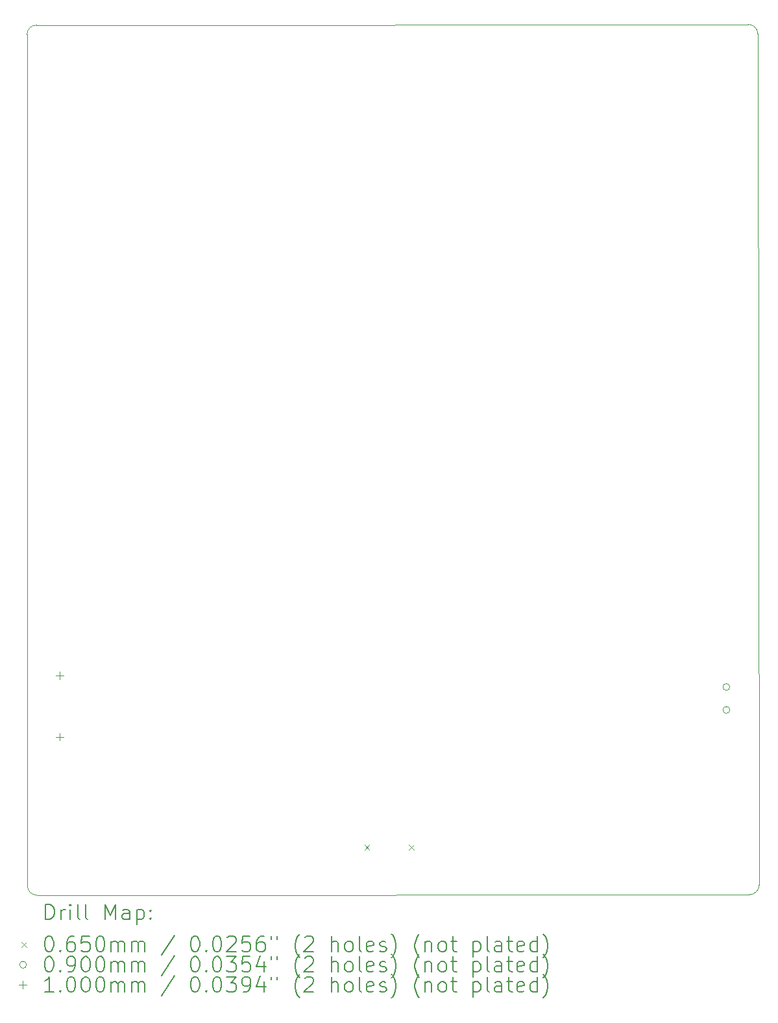
<source format=gbr>
%TF.GenerationSoftware,KiCad,Pcbnew,7.0.1*%
%TF.CreationDate,2023-12-14T09:52:10-06:00*%
%TF.ProjectId,ProjectNeoRogue,50726f6a-6563-4744-9e65-6f526f677565,v1*%
%TF.SameCoordinates,Original*%
%TF.FileFunction,Drillmap*%
%TF.FilePolarity,Positive*%
%FSLAX45Y45*%
G04 Gerber Fmt 4.5, Leading zero omitted, Abs format (unit mm)*
G04 Created by KiCad (PCBNEW 7.0.1) date 2023-12-14 09:52:10*
%MOMM*%
%LPD*%
G01*
G04 APERTURE LIST*
%ADD10C,0.100000*%
%ADD11C,0.200000*%
%ADD12C,0.065000*%
%ADD13C,0.090000*%
G04 APERTURE END LIST*
D10*
X12406000Y-4587000D02*
G75*
G03*
X12281000Y-4712000I0J-125000D01*
G01*
X21691612Y-4577388D02*
X12406000Y-4587000D01*
X12286000Y-15825000D02*
G75*
G03*
X12411000Y-15950000I125000J0D01*
G01*
X12281000Y-4712000D02*
X12286000Y-15825000D01*
X21816612Y-4702388D02*
G75*
G03*
X21691612Y-4577388I-125002J-2D01*
G01*
X12411000Y-15950000D02*
X21709612Y-15943612D01*
X21709612Y-15943612D02*
G75*
G03*
X21834612Y-15818612I-2J125002D01*
G01*
X21834612Y-15818612D02*
X21816612Y-4702388D01*
D11*
D12*
X16684500Y-15290500D02*
X16749500Y-15355500D01*
X16749500Y-15290500D02*
X16684500Y-15355500D01*
X17262500Y-15290500D02*
X17327500Y-15355500D01*
X17327500Y-15290500D02*
X17262500Y-15355500D01*
D13*
X21451860Y-13231140D02*
G75*
G03*
X21451860Y-13231140I-45000J0D01*
G01*
X21451860Y-13531140D02*
G75*
G03*
X21451860Y-13531140I-45000J0D01*
G01*
D10*
X12705000Y-13032000D02*
X12705000Y-13132000D01*
X12655000Y-13082000D02*
X12755000Y-13082000D01*
X12705000Y-13832000D02*
X12705000Y-13932000D01*
X12655000Y-13882000D02*
X12755000Y-13882000D01*
D11*
X12523619Y-16267524D02*
X12523619Y-16067524D01*
X12523619Y-16067524D02*
X12571238Y-16067524D01*
X12571238Y-16067524D02*
X12599809Y-16077048D01*
X12599809Y-16077048D02*
X12618857Y-16096095D01*
X12618857Y-16096095D02*
X12628381Y-16115143D01*
X12628381Y-16115143D02*
X12637905Y-16153238D01*
X12637905Y-16153238D02*
X12637905Y-16181809D01*
X12637905Y-16181809D02*
X12628381Y-16219905D01*
X12628381Y-16219905D02*
X12618857Y-16238952D01*
X12618857Y-16238952D02*
X12599809Y-16258000D01*
X12599809Y-16258000D02*
X12571238Y-16267524D01*
X12571238Y-16267524D02*
X12523619Y-16267524D01*
X12723619Y-16267524D02*
X12723619Y-16134190D01*
X12723619Y-16172286D02*
X12733143Y-16153238D01*
X12733143Y-16153238D02*
X12742667Y-16143714D01*
X12742667Y-16143714D02*
X12761714Y-16134190D01*
X12761714Y-16134190D02*
X12780762Y-16134190D01*
X12847428Y-16267524D02*
X12847428Y-16134190D01*
X12847428Y-16067524D02*
X12837905Y-16077048D01*
X12837905Y-16077048D02*
X12847428Y-16086571D01*
X12847428Y-16086571D02*
X12856952Y-16077048D01*
X12856952Y-16077048D02*
X12847428Y-16067524D01*
X12847428Y-16067524D02*
X12847428Y-16086571D01*
X12971238Y-16267524D02*
X12952190Y-16258000D01*
X12952190Y-16258000D02*
X12942667Y-16238952D01*
X12942667Y-16238952D02*
X12942667Y-16067524D01*
X13076000Y-16267524D02*
X13056952Y-16258000D01*
X13056952Y-16258000D02*
X13047428Y-16238952D01*
X13047428Y-16238952D02*
X13047428Y-16067524D01*
X13304571Y-16267524D02*
X13304571Y-16067524D01*
X13304571Y-16067524D02*
X13371238Y-16210381D01*
X13371238Y-16210381D02*
X13437905Y-16067524D01*
X13437905Y-16067524D02*
X13437905Y-16267524D01*
X13618857Y-16267524D02*
X13618857Y-16162762D01*
X13618857Y-16162762D02*
X13609333Y-16143714D01*
X13609333Y-16143714D02*
X13590286Y-16134190D01*
X13590286Y-16134190D02*
X13552190Y-16134190D01*
X13552190Y-16134190D02*
X13533143Y-16143714D01*
X13618857Y-16258000D02*
X13599809Y-16267524D01*
X13599809Y-16267524D02*
X13552190Y-16267524D01*
X13552190Y-16267524D02*
X13533143Y-16258000D01*
X13533143Y-16258000D02*
X13523619Y-16238952D01*
X13523619Y-16238952D02*
X13523619Y-16219905D01*
X13523619Y-16219905D02*
X13533143Y-16200857D01*
X13533143Y-16200857D02*
X13552190Y-16191333D01*
X13552190Y-16191333D02*
X13599809Y-16191333D01*
X13599809Y-16191333D02*
X13618857Y-16181809D01*
X13714095Y-16134190D02*
X13714095Y-16334190D01*
X13714095Y-16143714D02*
X13733143Y-16134190D01*
X13733143Y-16134190D02*
X13771238Y-16134190D01*
X13771238Y-16134190D02*
X13790286Y-16143714D01*
X13790286Y-16143714D02*
X13799809Y-16153238D01*
X13799809Y-16153238D02*
X13809333Y-16172286D01*
X13809333Y-16172286D02*
X13809333Y-16229428D01*
X13809333Y-16229428D02*
X13799809Y-16248476D01*
X13799809Y-16248476D02*
X13790286Y-16258000D01*
X13790286Y-16258000D02*
X13771238Y-16267524D01*
X13771238Y-16267524D02*
X13733143Y-16267524D01*
X13733143Y-16267524D02*
X13714095Y-16258000D01*
X13895048Y-16248476D02*
X13904571Y-16258000D01*
X13904571Y-16258000D02*
X13895048Y-16267524D01*
X13895048Y-16267524D02*
X13885524Y-16258000D01*
X13885524Y-16258000D02*
X13895048Y-16248476D01*
X13895048Y-16248476D02*
X13895048Y-16267524D01*
X13895048Y-16143714D02*
X13904571Y-16153238D01*
X13904571Y-16153238D02*
X13895048Y-16162762D01*
X13895048Y-16162762D02*
X13885524Y-16153238D01*
X13885524Y-16153238D02*
X13895048Y-16143714D01*
X13895048Y-16143714D02*
X13895048Y-16162762D01*
D12*
X12211000Y-16562500D02*
X12276000Y-16627500D01*
X12276000Y-16562500D02*
X12211000Y-16627500D01*
D11*
X12561714Y-16487524D02*
X12580762Y-16487524D01*
X12580762Y-16487524D02*
X12599809Y-16497048D01*
X12599809Y-16497048D02*
X12609333Y-16506571D01*
X12609333Y-16506571D02*
X12618857Y-16525619D01*
X12618857Y-16525619D02*
X12628381Y-16563714D01*
X12628381Y-16563714D02*
X12628381Y-16611333D01*
X12628381Y-16611333D02*
X12618857Y-16649428D01*
X12618857Y-16649428D02*
X12609333Y-16668476D01*
X12609333Y-16668476D02*
X12599809Y-16678000D01*
X12599809Y-16678000D02*
X12580762Y-16687524D01*
X12580762Y-16687524D02*
X12561714Y-16687524D01*
X12561714Y-16687524D02*
X12542667Y-16678000D01*
X12542667Y-16678000D02*
X12533143Y-16668476D01*
X12533143Y-16668476D02*
X12523619Y-16649428D01*
X12523619Y-16649428D02*
X12514095Y-16611333D01*
X12514095Y-16611333D02*
X12514095Y-16563714D01*
X12514095Y-16563714D02*
X12523619Y-16525619D01*
X12523619Y-16525619D02*
X12533143Y-16506571D01*
X12533143Y-16506571D02*
X12542667Y-16497048D01*
X12542667Y-16497048D02*
X12561714Y-16487524D01*
X12714095Y-16668476D02*
X12723619Y-16678000D01*
X12723619Y-16678000D02*
X12714095Y-16687524D01*
X12714095Y-16687524D02*
X12704571Y-16678000D01*
X12704571Y-16678000D02*
X12714095Y-16668476D01*
X12714095Y-16668476D02*
X12714095Y-16687524D01*
X12895048Y-16487524D02*
X12856952Y-16487524D01*
X12856952Y-16487524D02*
X12837905Y-16497048D01*
X12837905Y-16497048D02*
X12828381Y-16506571D01*
X12828381Y-16506571D02*
X12809333Y-16535143D01*
X12809333Y-16535143D02*
X12799809Y-16573238D01*
X12799809Y-16573238D02*
X12799809Y-16649428D01*
X12799809Y-16649428D02*
X12809333Y-16668476D01*
X12809333Y-16668476D02*
X12818857Y-16678000D01*
X12818857Y-16678000D02*
X12837905Y-16687524D01*
X12837905Y-16687524D02*
X12876000Y-16687524D01*
X12876000Y-16687524D02*
X12895048Y-16678000D01*
X12895048Y-16678000D02*
X12904571Y-16668476D01*
X12904571Y-16668476D02*
X12914095Y-16649428D01*
X12914095Y-16649428D02*
X12914095Y-16601809D01*
X12914095Y-16601809D02*
X12904571Y-16582762D01*
X12904571Y-16582762D02*
X12895048Y-16573238D01*
X12895048Y-16573238D02*
X12876000Y-16563714D01*
X12876000Y-16563714D02*
X12837905Y-16563714D01*
X12837905Y-16563714D02*
X12818857Y-16573238D01*
X12818857Y-16573238D02*
X12809333Y-16582762D01*
X12809333Y-16582762D02*
X12799809Y-16601809D01*
X13095048Y-16487524D02*
X12999809Y-16487524D01*
X12999809Y-16487524D02*
X12990286Y-16582762D01*
X12990286Y-16582762D02*
X12999809Y-16573238D01*
X12999809Y-16573238D02*
X13018857Y-16563714D01*
X13018857Y-16563714D02*
X13066476Y-16563714D01*
X13066476Y-16563714D02*
X13085524Y-16573238D01*
X13085524Y-16573238D02*
X13095048Y-16582762D01*
X13095048Y-16582762D02*
X13104571Y-16601809D01*
X13104571Y-16601809D02*
X13104571Y-16649428D01*
X13104571Y-16649428D02*
X13095048Y-16668476D01*
X13095048Y-16668476D02*
X13085524Y-16678000D01*
X13085524Y-16678000D02*
X13066476Y-16687524D01*
X13066476Y-16687524D02*
X13018857Y-16687524D01*
X13018857Y-16687524D02*
X12999809Y-16678000D01*
X12999809Y-16678000D02*
X12990286Y-16668476D01*
X13228381Y-16487524D02*
X13247429Y-16487524D01*
X13247429Y-16487524D02*
X13266476Y-16497048D01*
X13266476Y-16497048D02*
X13276000Y-16506571D01*
X13276000Y-16506571D02*
X13285524Y-16525619D01*
X13285524Y-16525619D02*
X13295048Y-16563714D01*
X13295048Y-16563714D02*
X13295048Y-16611333D01*
X13295048Y-16611333D02*
X13285524Y-16649428D01*
X13285524Y-16649428D02*
X13276000Y-16668476D01*
X13276000Y-16668476D02*
X13266476Y-16678000D01*
X13266476Y-16678000D02*
X13247429Y-16687524D01*
X13247429Y-16687524D02*
X13228381Y-16687524D01*
X13228381Y-16687524D02*
X13209333Y-16678000D01*
X13209333Y-16678000D02*
X13199809Y-16668476D01*
X13199809Y-16668476D02*
X13190286Y-16649428D01*
X13190286Y-16649428D02*
X13180762Y-16611333D01*
X13180762Y-16611333D02*
X13180762Y-16563714D01*
X13180762Y-16563714D02*
X13190286Y-16525619D01*
X13190286Y-16525619D02*
X13199809Y-16506571D01*
X13199809Y-16506571D02*
X13209333Y-16497048D01*
X13209333Y-16497048D02*
X13228381Y-16487524D01*
X13380762Y-16687524D02*
X13380762Y-16554190D01*
X13380762Y-16573238D02*
X13390286Y-16563714D01*
X13390286Y-16563714D02*
X13409333Y-16554190D01*
X13409333Y-16554190D02*
X13437905Y-16554190D01*
X13437905Y-16554190D02*
X13456952Y-16563714D01*
X13456952Y-16563714D02*
X13466476Y-16582762D01*
X13466476Y-16582762D02*
X13466476Y-16687524D01*
X13466476Y-16582762D02*
X13476000Y-16563714D01*
X13476000Y-16563714D02*
X13495048Y-16554190D01*
X13495048Y-16554190D02*
X13523619Y-16554190D01*
X13523619Y-16554190D02*
X13542667Y-16563714D01*
X13542667Y-16563714D02*
X13552190Y-16582762D01*
X13552190Y-16582762D02*
X13552190Y-16687524D01*
X13647429Y-16687524D02*
X13647429Y-16554190D01*
X13647429Y-16573238D02*
X13656952Y-16563714D01*
X13656952Y-16563714D02*
X13676000Y-16554190D01*
X13676000Y-16554190D02*
X13704571Y-16554190D01*
X13704571Y-16554190D02*
X13723619Y-16563714D01*
X13723619Y-16563714D02*
X13733143Y-16582762D01*
X13733143Y-16582762D02*
X13733143Y-16687524D01*
X13733143Y-16582762D02*
X13742667Y-16563714D01*
X13742667Y-16563714D02*
X13761714Y-16554190D01*
X13761714Y-16554190D02*
X13790286Y-16554190D01*
X13790286Y-16554190D02*
X13809333Y-16563714D01*
X13809333Y-16563714D02*
X13818857Y-16582762D01*
X13818857Y-16582762D02*
X13818857Y-16687524D01*
X14209333Y-16478000D02*
X14037905Y-16735143D01*
X14466476Y-16487524D02*
X14485524Y-16487524D01*
X14485524Y-16487524D02*
X14504572Y-16497048D01*
X14504572Y-16497048D02*
X14514095Y-16506571D01*
X14514095Y-16506571D02*
X14523619Y-16525619D01*
X14523619Y-16525619D02*
X14533143Y-16563714D01*
X14533143Y-16563714D02*
X14533143Y-16611333D01*
X14533143Y-16611333D02*
X14523619Y-16649428D01*
X14523619Y-16649428D02*
X14514095Y-16668476D01*
X14514095Y-16668476D02*
X14504572Y-16678000D01*
X14504572Y-16678000D02*
X14485524Y-16687524D01*
X14485524Y-16687524D02*
X14466476Y-16687524D01*
X14466476Y-16687524D02*
X14447429Y-16678000D01*
X14447429Y-16678000D02*
X14437905Y-16668476D01*
X14437905Y-16668476D02*
X14428381Y-16649428D01*
X14428381Y-16649428D02*
X14418857Y-16611333D01*
X14418857Y-16611333D02*
X14418857Y-16563714D01*
X14418857Y-16563714D02*
X14428381Y-16525619D01*
X14428381Y-16525619D02*
X14437905Y-16506571D01*
X14437905Y-16506571D02*
X14447429Y-16497048D01*
X14447429Y-16497048D02*
X14466476Y-16487524D01*
X14618857Y-16668476D02*
X14628381Y-16678000D01*
X14628381Y-16678000D02*
X14618857Y-16687524D01*
X14618857Y-16687524D02*
X14609333Y-16678000D01*
X14609333Y-16678000D02*
X14618857Y-16668476D01*
X14618857Y-16668476D02*
X14618857Y-16687524D01*
X14752191Y-16487524D02*
X14771238Y-16487524D01*
X14771238Y-16487524D02*
X14790286Y-16497048D01*
X14790286Y-16497048D02*
X14799810Y-16506571D01*
X14799810Y-16506571D02*
X14809333Y-16525619D01*
X14809333Y-16525619D02*
X14818857Y-16563714D01*
X14818857Y-16563714D02*
X14818857Y-16611333D01*
X14818857Y-16611333D02*
X14809333Y-16649428D01*
X14809333Y-16649428D02*
X14799810Y-16668476D01*
X14799810Y-16668476D02*
X14790286Y-16678000D01*
X14790286Y-16678000D02*
X14771238Y-16687524D01*
X14771238Y-16687524D02*
X14752191Y-16687524D01*
X14752191Y-16687524D02*
X14733143Y-16678000D01*
X14733143Y-16678000D02*
X14723619Y-16668476D01*
X14723619Y-16668476D02*
X14714095Y-16649428D01*
X14714095Y-16649428D02*
X14704572Y-16611333D01*
X14704572Y-16611333D02*
X14704572Y-16563714D01*
X14704572Y-16563714D02*
X14714095Y-16525619D01*
X14714095Y-16525619D02*
X14723619Y-16506571D01*
X14723619Y-16506571D02*
X14733143Y-16497048D01*
X14733143Y-16497048D02*
X14752191Y-16487524D01*
X14895048Y-16506571D02*
X14904572Y-16497048D01*
X14904572Y-16497048D02*
X14923619Y-16487524D01*
X14923619Y-16487524D02*
X14971238Y-16487524D01*
X14971238Y-16487524D02*
X14990286Y-16497048D01*
X14990286Y-16497048D02*
X14999810Y-16506571D01*
X14999810Y-16506571D02*
X15009333Y-16525619D01*
X15009333Y-16525619D02*
X15009333Y-16544667D01*
X15009333Y-16544667D02*
X14999810Y-16573238D01*
X14999810Y-16573238D02*
X14885524Y-16687524D01*
X14885524Y-16687524D02*
X15009333Y-16687524D01*
X15190286Y-16487524D02*
X15095048Y-16487524D01*
X15095048Y-16487524D02*
X15085524Y-16582762D01*
X15085524Y-16582762D02*
X15095048Y-16573238D01*
X15095048Y-16573238D02*
X15114095Y-16563714D01*
X15114095Y-16563714D02*
X15161714Y-16563714D01*
X15161714Y-16563714D02*
X15180762Y-16573238D01*
X15180762Y-16573238D02*
X15190286Y-16582762D01*
X15190286Y-16582762D02*
X15199810Y-16601809D01*
X15199810Y-16601809D02*
X15199810Y-16649428D01*
X15199810Y-16649428D02*
X15190286Y-16668476D01*
X15190286Y-16668476D02*
X15180762Y-16678000D01*
X15180762Y-16678000D02*
X15161714Y-16687524D01*
X15161714Y-16687524D02*
X15114095Y-16687524D01*
X15114095Y-16687524D02*
X15095048Y-16678000D01*
X15095048Y-16678000D02*
X15085524Y-16668476D01*
X15371238Y-16487524D02*
X15333143Y-16487524D01*
X15333143Y-16487524D02*
X15314095Y-16497048D01*
X15314095Y-16497048D02*
X15304572Y-16506571D01*
X15304572Y-16506571D02*
X15285524Y-16535143D01*
X15285524Y-16535143D02*
X15276000Y-16573238D01*
X15276000Y-16573238D02*
X15276000Y-16649428D01*
X15276000Y-16649428D02*
X15285524Y-16668476D01*
X15285524Y-16668476D02*
X15295048Y-16678000D01*
X15295048Y-16678000D02*
X15314095Y-16687524D01*
X15314095Y-16687524D02*
X15352191Y-16687524D01*
X15352191Y-16687524D02*
X15371238Y-16678000D01*
X15371238Y-16678000D02*
X15380762Y-16668476D01*
X15380762Y-16668476D02*
X15390286Y-16649428D01*
X15390286Y-16649428D02*
X15390286Y-16601809D01*
X15390286Y-16601809D02*
X15380762Y-16582762D01*
X15380762Y-16582762D02*
X15371238Y-16573238D01*
X15371238Y-16573238D02*
X15352191Y-16563714D01*
X15352191Y-16563714D02*
X15314095Y-16563714D01*
X15314095Y-16563714D02*
X15295048Y-16573238D01*
X15295048Y-16573238D02*
X15285524Y-16582762D01*
X15285524Y-16582762D02*
X15276000Y-16601809D01*
X15466476Y-16487524D02*
X15466476Y-16525619D01*
X15542667Y-16487524D02*
X15542667Y-16525619D01*
X15837905Y-16763714D02*
X15828381Y-16754190D01*
X15828381Y-16754190D02*
X15809334Y-16725619D01*
X15809334Y-16725619D02*
X15799810Y-16706571D01*
X15799810Y-16706571D02*
X15790286Y-16678000D01*
X15790286Y-16678000D02*
X15780762Y-16630381D01*
X15780762Y-16630381D02*
X15780762Y-16592286D01*
X15780762Y-16592286D02*
X15790286Y-16544667D01*
X15790286Y-16544667D02*
X15799810Y-16516095D01*
X15799810Y-16516095D02*
X15809334Y-16497048D01*
X15809334Y-16497048D02*
X15828381Y-16468476D01*
X15828381Y-16468476D02*
X15837905Y-16458952D01*
X15904572Y-16506571D02*
X15914095Y-16497048D01*
X15914095Y-16497048D02*
X15933143Y-16487524D01*
X15933143Y-16487524D02*
X15980762Y-16487524D01*
X15980762Y-16487524D02*
X15999810Y-16497048D01*
X15999810Y-16497048D02*
X16009334Y-16506571D01*
X16009334Y-16506571D02*
X16018857Y-16525619D01*
X16018857Y-16525619D02*
X16018857Y-16544667D01*
X16018857Y-16544667D02*
X16009334Y-16573238D01*
X16009334Y-16573238D02*
X15895048Y-16687524D01*
X15895048Y-16687524D02*
X16018857Y-16687524D01*
X16256953Y-16687524D02*
X16256953Y-16487524D01*
X16342667Y-16687524D02*
X16342667Y-16582762D01*
X16342667Y-16582762D02*
X16333143Y-16563714D01*
X16333143Y-16563714D02*
X16314096Y-16554190D01*
X16314096Y-16554190D02*
X16285524Y-16554190D01*
X16285524Y-16554190D02*
X16266476Y-16563714D01*
X16266476Y-16563714D02*
X16256953Y-16573238D01*
X16466476Y-16687524D02*
X16447429Y-16678000D01*
X16447429Y-16678000D02*
X16437905Y-16668476D01*
X16437905Y-16668476D02*
X16428381Y-16649428D01*
X16428381Y-16649428D02*
X16428381Y-16592286D01*
X16428381Y-16592286D02*
X16437905Y-16573238D01*
X16437905Y-16573238D02*
X16447429Y-16563714D01*
X16447429Y-16563714D02*
X16466476Y-16554190D01*
X16466476Y-16554190D02*
X16495048Y-16554190D01*
X16495048Y-16554190D02*
X16514096Y-16563714D01*
X16514096Y-16563714D02*
X16523619Y-16573238D01*
X16523619Y-16573238D02*
X16533143Y-16592286D01*
X16533143Y-16592286D02*
X16533143Y-16649428D01*
X16533143Y-16649428D02*
X16523619Y-16668476D01*
X16523619Y-16668476D02*
X16514096Y-16678000D01*
X16514096Y-16678000D02*
X16495048Y-16687524D01*
X16495048Y-16687524D02*
X16466476Y-16687524D01*
X16647429Y-16687524D02*
X16628381Y-16678000D01*
X16628381Y-16678000D02*
X16618857Y-16658952D01*
X16618857Y-16658952D02*
X16618857Y-16487524D01*
X16799810Y-16678000D02*
X16780762Y-16687524D01*
X16780762Y-16687524D02*
X16742667Y-16687524D01*
X16742667Y-16687524D02*
X16723619Y-16678000D01*
X16723619Y-16678000D02*
X16714096Y-16658952D01*
X16714096Y-16658952D02*
X16714096Y-16582762D01*
X16714096Y-16582762D02*
X16723619Y-16563714D01*
X16723619Y-16563714D02*
X16742667Y-16554190D01*
X16742667Y-16554190D02*
X16780762Y-16554190D01*
X16780762Y-16554190D02*
X16799810Y-16563714D01*
X16799810Y-16563714D02*
X16809334Y-16582762D01*
X16809334Y-16582762D02*
X16809334Y-16601809D01*
X16809334Y-16601809D02*
X16714096Y-16620857D01*
X16885524Y-16678000D02*
X16904572Y-16687524D01*
X16904572Y-16687524D02*
X16942667Y-16687524D01*
X16942667Y-16687524D02*
X16961715Y-16678000D01*
X16961715Y-16678000D02*
X16971239Y-16658952D01*
X16971239Y-16658952D02*
X16971239Y-16649428D01*
X16971239Y-16649428D02*
X16961715Y-16630381D01*
X16961715Y-16630381D02*
X16942667Y-16620857D01*
X16942667Y-16620857D02*
X16914096Y-16620857D01*
X16914096Y-16620857D02*
X16895048Y-16611333D01*
X16895048Y-16611333D02*
X16885524Y-16592286D01*
X16885524Y-16592286D02*
X16885524Y-16582762D01*
X16885524Y-16582762D02*
X16895048Y-16563714D01*
X16895048Y-16563714D02*
X16914096Y-16554190D01*
X16914096Y-16554190D02*
X16942667Y-16554190D01*
X16942667Y-16554190D02*
X16961715Y-16563714D01*
X17037905Y-16763714D02*
X17047429Y-16754190D01*
X17047429Y-16754190D02*
X17066477Y-16725619D01*
X17066477Y-16725619D02*
X17076000Y-16706571D01*
X17076000Y-16706571D02*
X17085524Y-16678000D01*
X17085524Y-16678000D02*
X17095048Y-16630381D01*
X17095048Y-16630381D02*
X17095048Y-16592286D01*
X17095048Y-16592286D02*
X17085524Y-16544667D01*
X17085524Y-16544667D02*
X17076000Y-16516095D01*
X17076000Y-16516095D02*
X17066477Y-16497048D01*
X17066477Y-16497048D02*
X17047429Y-16468476D01*
X17047429Y-16468476D02*
X17037905Y-16458952D01*
X17399810Y-16763714D02*
X17390286Y-16754190D01*
X17390286Y-16754190D02*
X17371239Y-16725619D01*
X17371239Y-16725619D02*
X17361715Y-16706571D01*
X17361715Y-16706571D02*
X17352191Y-16678000D01*
X17352191Y-16678000D02*
X17342667Y-16630381D01*
X17342667Y-16630381D02*
X17342667Y-16592286D01*
X17342667Y-16592286D02*
X17352191Y-16544667D01*
X17352191Y-16544667D02*
X17361715Y-16516095D01*
X17361715Y-16516095D02*
X17371239Y-16497048D01*
X17371239Y-16497048D02*
X17390286Y-16468476D01*
X17390286Y-16468476D02*
X17399810Y-16458952D01*
X17476000Y-16554190D02*
X17476000Y-16687524D01*
X17476000Y-16573238D02*
X17485524Y-16563714D01*
X17485524Y-16563714D02*
X17504572Y-16554190D01*
X17504572Y-16554190D02*
X17533143Y-16554190D01*
X17533143Y-16554190D02*
X17552191Y-16563714D01*
X17552191Y-16563714D02*
X17561715Y-16582762D01*
X17561715Y-16582762D02*
X17561715Y-16687524D01*
X17685524Y-16687524D02*
X17666477Y-16678000D01*
X17666477Y-16678000D02*
X17656953Y-16668476D01*
X17656953Y-16668476D02*
X17647429Y-16649428D01*
X17647429Y-16649428D02*
X17647429Y-16592286D01*
X17647429Y-16592286D02*
X17656953Y-16573238D01*
X17656953Y-16573238D02*
X17666477Y-16563714D01*
X17666477Y-16563714D02*
X17685524Y-16554190D01*
X17685524Y-16554190D02*
X17714096Y-16554190D01*
X17714096Y-16554190D02*
X17733143Y-16563714D01*
X17733143Y-16563714D02*
X17742667Y-16573238D01*
X17742667Y-16573238D02*
X17752191Y-16592286D01*
X17752191Y-16592286D02*
X17752191Y-16649428D01*
X17752191Y-16649428D02*
X17742667Y-16668476D01*
X17742667Y-16668476D02*
X17733143Y-16678000D01*
X17733143Y-16678000D02*
X17714096Y-16687524D01*
X17714096Y-16687524D02*
X17685524Y-16687524D01*
X17809334Y-16554190D02*
X17885524Y-16554190D01*
X17837905Y-16487524D02*
X17837905Y-16658952D01*
X17837905Y-16658952D02*
X17847429Y-16678000D01*
X17847429Y-16678000D02*
X17866477Y-16687524D01*
X17866477Y-16687524D02*
X17885524Y-16687524D01*
X18104572Y-16554190D02*
X18104572Y-16754190D01*
X18104572Y-16563714D02*
X18123620Y-16554190D01*
X18123620Y-16554190D02*
X18161715Y-16554190D01*
X18161715Y-16554190D02*
X18180762Y-16563714D01*
X18180762Y-16563714D02*
X18190286Y-16573238D01*
X18190286Y-16573238D02*
X18199810Y-16592286D01*
X18199810Y-16592286D02*
X18199810Y-16649428D01*
X18199810Y-16649428D02*
X18190286Y-16668476D01*
X18190286Y-16668476D02*
X18180762Y-16678000D01*
X18180762Y-16678000D02*
X18161715Y-16687524D01*
X18161715Y-16687524D02*
X18123620Y-16687524D01*
X18123620Y-16687524D02*
X18104572Y-16678000D01*
X18314096Y-16687524D02*
X18295048Y-16678000D01*
X18295048Y-16678000D02*
X18285524Y-16658952D01*
X18285524Y-16658952D02*
X18285524Y-16487524D01*
X18476001Y-16687524D02*
X18476001Y-16582762D01*
X18476001Y-16582762D02*
X18466477Y-16563714D01*
X18466477Y-16563714D02*
X18447429Y-16554190D01*
X18447429Y-16554190D02*
X18409334Y-16554190D01*
X18409334Y-16554190D02*
X18390286Y-16563714D01*
X18476001Y-16678000D02*
X18456953Y-16687524D01*
X18456953Y-16687524D02*
X18409334Y-16687524D01*
X18409334Y-16687524D02*
X18390286Y-16678000D01*
X18390286Y-16678000D02*
X18380762Y-16658952D01*
X18380762Y-16658952D02*
X18380762Y-16639905D01*
X18380762Y-16639905D02*
X18390286Y-16620857D01*
X18390286Y-16620857D02*
X18409334Y-16611333D01*
X18409334Y-16611333D02*
X18456953Y-16611333D01*
X18456953Y-16611333D02*
X18476001Y-16601809D01*
X18542667Y-16554190D02*
X18618858Y-16554190D01*
X18571239Y-16487524D02*
X18571239Y-16658952D01*
X18571239Y-16658952D02*
X18580762Y-16678000D01*
X18580762Y-16678000D02*
X18599810Y-16687524D01*
X18599810Y-16687524D02*
X18618858Y-16687524D01*
X18761715Y-16678000D02*
X18742667Y-16687524D01*
X18742667Y-16687524D02*
X18704572Y-16687524D01*
X18704572Y-16687524D02*
X18685524Y-16678000D01*
X18685524Y-16678000D02*
X18676001Y-16658952D01*
X18676001Y-16658952D02*
X18676001Y-16582762D01*
X18676001Y-16582762D02*
X18685524Y-16563714D01*
X18685524Y-16563714D02*
X18704572Y-16554190D01*
X18704572Y-16554190D02*
X18742667Y-16554190D01*
X18742667Y-16554190D02*
X18761715Y-16563714D01*
X18761715Y-16563714D02*
X18771239Y-16582762D01*
X18771239Y-16582762D02*
X18771239Y-16601809D01*
X18771239Y-16601809D02*
X18676001Y-16620857D01*
X18942667Y-16687524D02*
X18942667Y-16487524D01*
X18942667Y-16678000D02*
X18923620Y-16687524D01*
X18923620Y-16687524D02*
X18885524Y-16687524D01*
X18885524Y-16687524D02*
X18866477Y-16678000D01*
X18866477Y-16678000D02*
X18856953Y-16668476D01*
X18856953Y-16668476D02*
X18847429Y-16649428D01*
X18847429Y-16649428D02*
X18847429Y-16592286D01*
X18847429Y-16592286D02*
X18856953Y-16573238D01*
X18856953Y-16573238D02*
X18866477Y-16563714D01*
X18866477Y-16563714D02*
X18885524Y-16554190D01*
X18885524Y-16554190D02*
X18923620Y-16554190D01*
X18923620Y-16554190D02*
X18942667Y-16563714D01*
X19018858Y-16763714D02*
X19028382Y-16754190D01*
X19028382Y-16754190D02*
X19047429Y-16725619D01*
X19047429Y-16725619D02*
X19056953Y-16706571D01*
X19056953Y-16706571D02*
X19066477Y-16678000D01*
X19066477Y-16678000D02*
X19076001Y-16630381D01*
X19076001Y-16630381D02*
X19076001Y-16592286D01*
X19076001Y-16592286D02*
X19066477Y-16544667D01*
X19066477Y-16544667D02*
X19056953Y-16516095D01*
X19056953Y-16516095D02*
X19047429Y-16497048D01*
X19047429Y-16497048D02*
X19028382Y-16468476D01*
X19028382Y-16468476D02*
X19018858Y-16458952D01*
D13*
X12276000Y-16859000D02*
G75*
G03*
X12276000Y-16859000I-45000J0D01*
G01*
D11*
X12561714Y-16751524D02*
X12580762Y-16751524D01*
X12580762Y-16751524D02*
X12599809Y-16761048D01*
X12599809Y-16761048D02*
X12609333Y-16770571D01*
X12609333Y-16770571D02*
X12618857Y-16789619D01*
X12618857Y-16789619D02*
X12628381Y-16827714D01*
X12628381Y-16827714D02*
X12628381Y-16875333D01*
X12628381Y-16875333D02*
X12618857Y-16913429D01*
X12618857Y-16913429D02*
X12609333Y-16932476D01*
X12609333Y-16932476D02*
X12599809Y-16942000D01*
X12599809Y-16942000D02*
X12580762Y-16951524D01*
X12580762Y-16951524D02*
X12561714Y-16951524D01*
X12561714Y-16951524D02*
X12542667Y-16942000D01*
X12542667Y-16942000D02*
X12533143Y-16932476D01*
X12533143Y-16932476D02*
X12523619Y-16913429D01*
X12523619Y-16913429D02*
X12514095Y-16875333D01*
X12514095Y-16875333D02*
X12514095Y-16827714D01*
X12514095Y-16827714D02*
X12523619Y-16789619D01*
X12523619Y-16789619D02*
X12533143Y-16770571D01*
X12533143Y-16770571D02*
X12542667Y-16761048D01*
X12542667Y-16761048D02*
X12561714Y-16751524D01*
X12714095Y-16932476D02*
X12723619Y-16942000D01*
X12723619Y-16942000D02*
X12714095Y-16951524D01*
X12714095Y-16951524D02*
X12704571Y-16942000D01*
X12704571Y-16942000D02*
X12714095Y-16932476D01*
X12714095Y-16932476D02*
X12714095Y-16951524D01*
X12818857Y-16951524D02*
X12856952Y-16951524D01*
X12856952Y-16951524D02*
X12876000Y-16942000D01*
X12876000Y-16942000D02*
X12885524Y-16932476D01*
X12885524Y-16932476D02*
X12904571Y-16903905D01*
X12904571Y-16903905D02*
X12914095Y-16865810D01*
X12914095Y-16865810D02*
X12914095Y-16789619D01*
X12914095Y-16789619D02*
X12904571Y-16770571D01*
X12904571Y-16770571D02*
X12895048Y-16761048D01*
X12895048Y-16761048D02*
X12876000Y-16751524D01*
X12876000Y-16751524D02*
X12837905Y-16751524D01*
X12837905Y-16751524D02*
X12818857Y-16761048D01*
X12818857Y-16761048D02*
X12809333Y-16770571D01*
X12809333Y-16770571D02*
X12799809Y-16789619D01*
X12799809Y-16789619D02*
X12799809Y-16837238D01*
X12799809Y-16837238D02*
X12809333Y-16856286D01*
X12809333Y-16856286D02*
X12818857Y-16865810D01*
X12818857Y-16865810D02*
X12837905Y-16875333D01*
X12837905Y-16875333D02*
X12876000Y-16875333D01*
X12876000Y-16875333D02*
X12895048Y-16865810D01*
X12895048Y-16865810D02*
X12904571Y-16856286D01*
X12904571Y-16856286D02*
X12914095Y-16837238D01*
X13037905Y-16751524D02*
X13056952Y-16751524D01*
X13056952Y-16751524D02*
X13076000Y-16761048D01*
X13076000Y-16761048D02*
X13085524Y-16770571D01*
X13085524Y-16770571D02*
X13095048Y-16789619D01*
X13095048Y-16789619D02*
X13104571Y-16827714D01*
X13104571Y-16827714D02*
X13104571Y-16875333D01*
X13104571Y-16875333D02*
X13095048Y-16913429D01*
X13095048Y-16913429D02*
X13085524Y-16932476D01*
X13085524Y-16932476D02*
X13076000Y-16942000D01*
X13076000Y-16942000D02*
X13056952Y-16951524D01*
X13056952Y-16951524D02*
X13037905Y-16951524D01*
X13037905Y-16951524D02*
X13018857Y-16942000D01*
X13018857Y-16942000D02*
X13009333Y-16932476D01*
X13009333Y-16932476D02*
X12999809Y-16913429D01*
X12999809Y-16913429D02*
X12990286Y-16875333D01*
X12990286Y-16875333D02*
X12990286Y-16827714D01*
X12990286Y-16827714D02*
X12999809Y-16789619D01*
X12999809Y-16789619D02*
X13009333Y-16770571D01*
X13009333Y-16770571D02*
X13018857Y-16761048D01*
X13018857Y-16761048D02*
X13037905Y-16751524D01*
X13228381Y-16751524D02*
X13247429Y-16751524D01*
X13247429Y-16751524D02*
X13266476Y-16761048D01*
X13266476Y-16761048D02*
X13276000Y-16770571D01*
X13276000Y-16770571D02*
X13285524Y-16789619D01*
X13285524Y-16789619D02*
X13295048Y-16827714D01*
X13295048Y-16827714D02*
X13295048Y-16875333D01*
X13295048Y-16875333D02*
X13285524Y-16913429D01*
X13285524Y-16913429D02*
X13276000Y-16932476D01*
X13276000Y-16932476D02*
X13266476Y-16942000D01*
X13266476Y-16942000D02*
X13247429Y-16951524D01*
X13247429Y-16951524D02*
X13228381Y-16951524D01*
X13228381Y-16951524D02*
X13209333Y-16942000D01*
X13209333Y-16942000D02*
X13199809Y-16932476D01*
X13199809Y-16932476D02*
X13190286Y-16913429D01*
X13190286Y-16913429D02*
X13180762Y-16875333D01*
X13180762Y-16875333D02*
X13180762Y-16827714D01*
X13180762Y-16827714D02*
X13190286Y-16789619D01*
X13190286Y-16789619D02*
X13199809Y-16770571D01*
X13199809Y-16770571D02*
X13209333Y-16761048D01*
X13209333Y-16761048D02*
X13228381Y-16751524D01*
X13380762Y-16951524D02*
X13380762Y-16818190D01*
X13380762Y-16837238D02*
X13390286Y-16827714D01*
X13390286Y-16827714D02*
X13409333Y-16818190D01*
X13409333Y-16818190D02*
X13437905Y-16818190D01*
X13437905Y-16818190D02*
X13456952Y-16827714D01*
X13456952Y-16827714D02*
X13466476Y-16846762D01*
X13466476Y-16846762D02*
X13466476Y-16951524D01*
X13466476Y-16846762D02*
X13476000Y-16827714D01*
X13476000Y-16827714D02*
X13495048Y-16818190D01*
X13495048Y-16818190D02*
X13523619Y-16818190D01*
X13523619Y-16818190D02*
X13542667Y-16827714D01*
X13542667Y-16827714D02*
X13552190Y-16846762D01*
X13552190Y-16846762D02*
X13552190Y-16951524D01*
X13647429Y-16951524D02*
X13647429Y-16818190D01*
X13647429Y-16837238D02*
X13656952Y-16827714D01*
X13656952Y-16827714D02*
X13676000Y-16818190D01*
X13676000Y-16818190D02*
X13704571Y-16818190D01*
X13704571Y-16818190D02*
X13723619Y-16827714D01*
X13723619Y-16827714D02*
X13733143Y-16846762D01*
X13733143Y-16846762D02*
X13733143Y-16951524D01*
X13733143Y-16846762D02*
X13742667Y-16827714D01*
X13742667Y-16827714D02*
X13761714Y-16818190D01*
X13761714Y-16818190D02*
X13790286Y-16818190D01*
X13790286Y-16818190D02*
X13809333Y-16827714D01*
X13809333Y-16827714D02*
X13818857Y-16846762D01*
X13818857Y-16846762D02*
X13818857Y-16951524D01*
X14209333Y-16742000D02*
X14037905Y-16999143D01*
X14466476Y-16751524D02*
X14485524Y-16751524D01*
X14485524Y-16751524D02*
X14504572Y-16761048D01*
X14504572Y-16761048D02*
X14514095Y-16770571D01*
X14514095Y-16770571D02*
X14523619Y-16789619D01*
X14523619Y-16789619D02*
X14533143Y-16827714D01*
X14533143Y-16827714D02*
X14533143Y-16875333D01*
X14533143Y-16875333D02*
X14523619Y-16913429D01*
X14523619Y-16913429D02*
X14514095Y-16932476D01*
X14514095Y-16932476D02*
X14504572Y-16942000D01*
X14504572Y-16942000D02*
X14485524Y-16951524D01*
X14485524Y-16951524D02*
X14466476Y-16951524D01*
X14466476Y-16951524D02*
X14447429Y-16942000D01*
X14447429Y-16942000D02*
X14437905Y-16932476D01*
X14437905Y-16932476D02*
X14428381Y-16913429D01*
X14428381Y-16913429D02*
X14418857Y-16875333D01*
X14418857Y-16875333D02*
X14418857Y-16827714D01*
X14418857Y-16827714D02*
X14428381Y-16789619D01*
X14428381Y-16789619D02*
X14437905Y-16770571D01*
X14437905Y-16770571D02*
X14447429Y-16761048D01*
X14447429Y-16761048D02*
X14466476Y-16751524D01*
X14618857Y-16932476D02*
X14628381Y-16942000D01*
X14628381Y-16942000D02*
X14618857Y-16951524D01*
X14618857Y-16951524D02*
X14609333Y-16942000D01*
X14609333Y-16942000D02*
X14618857Y-16932476D01*
X14618857Y-16932476D02*
X14618857Y-16951524D01*
X14752191Y-16751524D02*
X14771238Y-16751524D01*
X14771238Y-16751524D02*
X14790286Y-16761048D01*
X14790286Y-16761048D02*
X14799810Y-16770571D01*
X14799810Y-16770571D02*
X14809333Y-16789619D01*
X14809333Y-16789619D02*
X14818857Y-16827714D01*
X14818857Y-16827714D02*
X14818857Y-16875333D01*
X14818857Y-16875333D02*
X14809333Y-16913429D01*
X14809333Y-16913429D02*
X14799810Y-16932476D01*
X14799810Y-16932476D02*
X14790286Y-16942000D01*
X14790286Y-16942000D02*
X14771238Y-16951524D01*
X14771238Y-16951524D02*
X14752191Y-16951524D01*
X14752191Y-16951524D02*
X14733143Y-16942000D01*
X14733143Y-16942000D02*
X14723619Y-16932476D01*
X14723619Y-16932476D02*
X14714095Y-16913429D01*
X14714095Y-16913429D02*
X14704572Y-16875333D01*
X14704572Y-16875333D02*
X14704572Y-16827714D01*
X14704572Y-16827714D02*
X14714095Y-16789619D01*
X14714095Y-16789619D02*
X14723619Y-16770571D01*
X14723619Y-16770571D02*
X14733143Y-16761048D01*
X14733143Y-16761048D02*
X14752191Y-16751524D01*
X14885524Y-16751524D02*
X15009333Y-16751524D01*
X15009333Y-16751524D02*
X14942667Y-16827714D01*
X14942667Y-16827714D02*
X14971238Y-16827714D01*
X14971238Y-16827714D02*
X14990286Y-16837238D01*
X14990286Y-16837238D02*
X14999810Y-16846762D01*
X14999810Y-16846762D02*
X15009333Y-16865810D01*
X15009333Y-16865810D02*
X15009333Y-16913429D01*
X15009333Y-16913429D02*
X14999810Y-16932476D01*
X14999810Y-16932476D02*
X14990286Y-16942000D01*
X14990286Y-16942000D02*
X14971238Y-16951524D01*
X14971238Y-16951524D02*
X14914095Y-16951524D01*
X14914095Y-16951524D02*
X14895048Y-16942000D01*
X14895048Y-16942000D02*
X14885524Y-16932476D01*
X15190286Y-16751524D02*
X15095048Y-16751524D01*
X15095048Y-16751524D02*
X15085524Y-16846762D01*
X15085524Y-16846762D02*
X15095048Y-16837238D01*
X15095048Y-16837238D02*
X15114095Y-16827714D01*
X15114095Y-16827714D02*
X15161714Y-16827714D01*
X15161714Y-16827714D02*
X15180762Y-16837238D01*
X15180762Y-16837238D02*
X15190286Y-16846762D01*
X15190286Y-16846762D02*
X15199810Y-16865810D01*
X15199810Y-16865810D02*
X15199810Y-16913429D01*
X15199810Y-16913429D02*
X15190286Y-16932476D01*
X15190286Y-16932476D02*
X15180762Y-16942000D01*
X15180762Y-16942000D02*
X15161714Y-16951524D01*
X15161714Y-16951524D02*
X15114095Y-16951524D01*
X15114095Y-16951524D02*
X15095048Y-16942000D01*
X15095048Y-16942000D02*
X15085524Y-16932476D01*
X15371238Y-16818190D02*
X15371238Y-16951524D01*
X15323619Y-16742000D02*
X15276000Y-16884857D01*
X15276000Y-16884857D02*
X15399810Y-16884857D01*
X15466476Y-16751524D02*
X15466476Y-16789619D01*
X15542667Y-16751524D02*
X15542667Y-16789619D01*
X15837905Y-17027714D02*
X15828381Y-17018190D01*
X15828381Y-17018190D02*
X15809334Y-16989619D01*
X15809334Y-16989619D02*
X15799810Y-16970571D01*
X15799810Y-16970571D02*
X15790286Y-16942000D01*
X15790286Y-16942000D02*
X15780762Y-16894381D01*
X15780762Y-16894381D02*
X15780762Y-16856286D01*
X15780762Y-16856286D02*
X15790286Y-16808667D01*
X15790286Y-16808667D02*
X15799810Y-16780095D01*
X15799810Y-16780095D02*
X15809334Y-16761048D01*
X15809334Y-16761048D02*
X15828381Y-16732476D01*
X15828381Y-16732476D02*
X15837905Y-16722952D01*
X15904572Y-16770571D02*
X15914095Y-16761048D01*
X15914095Y-16761048D02*
X15933143Y-16751524D01*
X15933143Y-16751524D02*
X15980762Y-16751524D01*
X15980762Y-16751524D02*
X15999810Y-16761048D01*
X15999810Y-16761048D02*
X16009334Y-16770571D01*
X16009334Y-16770571D02*
X16018857Y-16789619D01*
X16018857Y-16789619D02*
X16018857Y-16808667D01*
X16018857Y-16808667D02*
X16009334Y-16837238D01*
X16009334Y-16837238D02*
X15895048Y-16951524D01*
X15895048Y-16951524D02*
X16018857Y-16951524D01*
X16256953Y-16951524D02*
X16256953Y-16751524D01*
X16342667Y-16951524D02*
X16342667Y-16846762D01*
X16342667Y-16846762D02*
X16333143Y-16827714D01*
X16333143Y-16827714D02*
X16314096Y-16818190D01*
X16314096Y-16818190D02*
X16285524Y-16818190D01*
X16285524Y-16818190D02*
X16266476Y-16827714D01*
X16266476Y-16827714D02*
X16256953Y-16837238D01*
X16466476Y-16951524D02*
X16447429Y-16942000D01*
X16447429Y-16942000D02*
X16437905Y-16932476D01*
X16437905Y-16932476D02*
X16428381Y-16913429D01*
X16428381Y-16913429D02*
X16428381Y-16856286D01*
X16428381Y-16856286D02*
X16437905Y-16837238D01*
X16437905Y-16837238D02*
X16447429Y-16827714D01*
X16447429Y-16827714D02*
X16466476Y-16818190D01*
X16466476Y-16818190D02*
X16495048Y-16818190D01*
X16495048Y-16818190D02*
X16514096Y-16827714D01*
X16514096Y-16827714D02*
X16523619Y-16837238D01*
X16523619Y-16837238D02*
X16533143Y-16856286D01*
X16533143Y-16856286D02*
X16533143Y-16913429D01*
X16533143Y-16913429D02*
X16523619Y-16932476D01*
X16523619Y-16932476D02*
X16514096Y-16942000D01*
X16514096Y-16942000D02*
X16495048Y-16951524D01*
X16495048Y-16951524D02*
X16466476Y-16951524D01*
X16647429Y-16951524D02*
X16628381Y-16942000D01*
X16628381Y-16942000D02*
X16618857Y-16922952D01*
X16618857Y-16922952D02*
X16618857Y-16751524D01*
X16799810Y-16942000D02*
X16780762Y-16951524D01*
X16780762Y-16951524D02*
X16742667Y-16951524D01*
X16742667Y-16951524D02*
X16723619Y-16942000D01*
X16723619Y-16942000D02*
X16714096Y-16922952D01*
X16714096Y-16922952D02*
X16714096Y-16846762D01*
X16714096Y-16846762D02*
X16723619Y-16827714D01*
X16723619Y-16827714D02*
X16742667Y-16818190D01*
X16742667Y-16818190D02*
X16780762Y-16818190D01*
X16780762Y-16818190D02*
X16799810Y-16827714D01*
X16799810Y-16827714D02*
X16809334Y-16846762D01*
X16809334Y-16846762D02*
X16809334Y-16865810D01*
X16809334Y-16865810D02*
X16714096Y-16884857D01*
X16885524Y-16942000D02*
X16904572Y-16951524D01*
X16904572Y-16951524D02*
X16942667Y-16951524D01*
X16942667Y-16951524D02*
X16961715Y-16942000D01*
X16961715Y-16942000D02*
X16971239Y-16922952D01*
X16971239Y-16922952D02*
X16971239Y-16913429D01*
X16971239Y-16913429D02*
X16961715Y-16894381D01*
X16961715Y-16894381D02*
X16942667Y-16884857D01*
X16942667Y-16884857D02*
X16914096Y-16884857D01*
X16914096Y-16884857D02*
X16895048Y-16875333D01*
X16895048Y-16875333D02*
X16885524Y-16856286D01*
X16885524Y-16856286D02*
X16885524Y-16846762D01*
X16885524Y-16846762D02*
X16895048Y-16827714D01*
X16895048Y-16827714D02*
X16914096Y-16818190D01*
X16914096Y-16818190D02*
X16942667Y-16818190D01*
X16942667Y-16818190D02*
X16961715Y-16827714D01*
X17037905Y-17027714D02*
X17047429Y-17018190D01*
X17047429Y-17018190D02*
X17066477Y-16989619D01*
X17066477Y-16989619D02*
X17076000Y-16970571D01*
X17076000Y-16970571D02*
X17085524Y-16942000D01*
X17085524Y-16942000D02*
X17095048Y-16894381D01*
X17095048Y-16894381D02*
X17095048Y-16856286D01*
X17095048Y-16856286D02*
X17085524Y-16808667D01*
X17085524Y-16808667D02*
X17076000Y-16780095D01*
X17076000Y-16780095D02*
X17066477Y-16761048D01*
X17066477Y-16761048D02*
X17047429Y-16732476D01*
X17047429Y-16732476D02*
X17037905Y-16722952D01*
X17399810Y-17027714D02*
X17390286Y-17018190D01*
X17390286Y-17018190D02*
X17371239Y-16989619D01*
X17371239Y-16989619D02*
X17361715Y-16970571D01*
X17361715Y-16970571D02*
X17352191Y-16942000D01*
X17352191Y-16942000D02*
X17342667Y-16894381D01*
X17342667Y-16894381D02*
X17342667Y-16856286D01*
X17342667Y-16856286D02*
X17352191Y-16808667D01*
X17352191Y-16808667D02*
X17361715Y-16780095D01*
X17361715Y-16780095D02*
X17371239Y-16761048D01*
X17371239Y-16761048D02*
X17390286Y-16732476D01*
X17390286Y-16732476D02*
X17399810Y-16722952D01*
X17476000Y-16818190D02*
X17476000Y-16951524D01*
X17476000Y-16837238D02*
X17485524Y-16827714D01*
X17485524Y-16827714D02*
X17504572Y-16818190D01*
X17504572Y-16818190D02*
X17533143Y-16818190D01*
X17533143Y-16818190D02*
X17552191Y-16827714D01*
X17552191Y-16827714D02*
X17561715Y-16846762D01*
X17561715Y-16846762D02*
X17561715Y-16951524D01*
X17685524Y-16951524D02*
X17666477Y-16942000D01*
X17666477Y-16942000D02*
X17656953Y-16932476D01*
X17656953Y-16932476D02*
X17647429Y-16913429D01*
X17647429Y-16913429D02*
X17647429Y-16856286D01*
X17647429Y-16856286D02*
X17656953Y-16837238D01*
X17656953Y-16837238D02*
X17666477Y-16827714D01*
X17666477Y-16827714D02*
X17685524Y-16818190D01*
X17685524Y-16818190D02*
X17714096Y-16818190D01*
X17714096Y-16818190D02*
X17733143Y-16827714D01*
X17733143Y-16827714D02*
X17742667Y-16837238D01*
X17742667Y-16837238D02*
X17752191Y-16856286D01*
X17752191Y-16856286D02*
X17752191Y-16913429D01*
X17752191Y-16913429D02*
X17742667Y-16932476D01*
X17742667Y-16932476D02*
X17733143Y-16942000D01*
X17733143Y-16942000D02*
X17714096Y-16951524D01*
X17714096Y-16951524D02*
X17685524Y-16951524D01*
X17809334Y-16818190D02*
X17885524Y-16818190D01*
X17837905Y-16751524D02*
X17837905Y-16922952D01*
X17837905Y-16922952D02*
X17847429Y-16942000D01*
X17847429Y-16942000D02*
X17866477Y-16951524D01*
X17866477Y-16951524D02*
X17885524Y-16951524D01*
X18104572Y-16818190D02*
X18104572Y-17018190D01*
X18104572Y-16827714D02*
X18123620Y-16818190D01*
X18123620Y-16818190D02*
X18161715Y-16818190D01*
X18161715Y-16818190D02*
X18180762Y-16827714D01*
X18180762Y-16827714D02*
X18190286Y-16837238D01*
X18190286Y-16837238D02*
X18199810Y-16856286D01*
X18199810Y-16856286D02*
X18199810Y-16913429D01*
X18199810Y-16913429D02*
X18190286Y-16932476D01*
X18190286Y-16932476D02*
X18180762Y-16942000D01*
X18180762Y-16942000D02*
X18161715Y-16951524D01*
X18161715Y-16951524D02*
X18123620Y-16951524D01*
X18123620Y-16951524D02*
X18104572Y-16942000D01*
X18314096Y-16951524D02*
X18295048Y-16942000D01*
X18295048Y-16942000D02*
X18285524Y-16922952D01*
X18285524Y-16922952D02*
X18285524Y-16751524D01*
X18476001Y-16951524D02*
X18476001Y-16846762D01*
X18476001Y-16846762D02*
X18466477Y-16827714D01*
X18466477Y-16827714D02*
X18447429Y-16818190D01*
X18447429Y-16818190D02*
X18409334Y-16818190D01*
X18409334Y-16818190D02*
X18390286Y-16827714D01*
X18476001Y-16942000D02*
X18456953Y-16951524D01*
X18456953Y-16951524D02*
X18409334Y-16951524D01*
X18409334Y-16951524D02*
X18390286Y-16942000D01*
X18390286Y-16942000D02*
X18380762Y-16922952D01*
X18380762Y-16922952D02*
X18380762Y-16903905D01*
X18380762Y-16903905D02*
X18390286Y-16884857D01*
X18390286Y-16884857D02*
X18409334Y-16875333D01*
X18409334Y-16875333D02*
X18456953Y-16875333D01*
X18456953Y-16875333D02*
X18476001Y-16865810D01*
X18542667Y-16818190D02*
X18618858Y-16818190D01*
X18571239Y-16751524D02*
X18571239Y-16922952D01*
X18571239Y-16922952D02*
X18580762Y-16942000D01*
X18580762Y-16942000D02*
X18599810Y-16951524D01*
X18599810Y-16951524D02*
X18618858Y-16951524D01*
X18761715Y-16942000D02*
X18742667Y-16951524D01*
X18742667Y-16951524D02*
X18704572Y-16951524D01*
X18704572Y-16951524D02*
X18685524Y-16942000D01*
X18685524Y-16942000D02*
X18676001Y-16922952D01*
X18676001Y-16922952D02*
X18676001Y-16846762D01*
X18676001Y-16846762D02*
X18685524Y-16827714D01*
X18685524Y-16827714D02*
X18704572Y-16818190D01*
X18704572Y-16818190D02*
X18742667Y-16818190D01*
X18742667Y-16818190D02*
X18761715Y-16827714D01*
X18761715Y-16827714D02*
X18771239Y-16846762D01*
X18771239Y-16846762D02*
X18771239Y-16865810D01*
X18771239Y-16865810D02*
X18676001Y-16884857D01*
X18942667Y-16951524D02*
X18942667Y-16751524D01*
X18942667Y-16942000D02*
X18923620Y-16951524D01*
X18923620Y-16951524D02*
X18885524Y-16951524D01*
X18885524Y-16951524D02*
X18866477Y-16942000D01*
X18866477Y-16942000D02*
X18856953Y-16932476D01*
X18856953Y-16932476D02*
X18847429Y-16913429D01*
X18847429Y-16913429D02*
X18847429Y-16856286D01*
X18847429Y-16856286D02*
X18856953Y-16837238D01*
X18856953Y-16837238D02*
X18866477Y-16827714D01*
X18866477Y-16827714D02*
X18885524Y-16818190D01*
X18885524Y-16818190D02*
X18923620Y-16818190D01*
X18923620Y-16818190D02*
X18942667Y-16827714D01*
X19018858Y-17027714D02*
X19028382Y-17018190D01*
X19028382Y-17018190D02*
X19047429Y-16989619D01*
X19047429Y-16989619D02*
X19056953Y-16970571D01*
X19056953Y-16970571D02*
X19066477Y-16942000D01*
X19066477Y-16942000D02*
X19076001Y-16894381D01*
X19076001Y-16894381D02*
X19076001Y-16856286D01*
X19076001Y-16856286D02*
X19066477Y-16808667D01*
X19066477Y-16808667D02*
X19056953Y-16780095D01*
X19056953Y-16780095D02*
X19047429Y-16761048D01*
X19047429Y-16761048D02*
X19028382Y-16732476D01*
X19028382Y-16732476D02*
X19018858Y-16722952D01*
D10*
X12226000Y-17073000D02*
X12226000Y-17173000D01*
X12176000Y-17123000D02*
X12276000Y-17123000D01*
D11*
X12628381Y-17215524D02*
X12514095Y-17215524D01*
X12571238Y-17215524D02*
X12571238Y-17015524D01*
X12571238Y-17015524D02*
X12552190Y-17044095D01*
X12552190Y-17044095D02*
X12533143Y-17063143D01*
X12533143Y-17063143D02*
X12514095Y-17072667D01*
X12714095Y-17196476D02*
X12723619Y-17206000D01*
X12723619Y-17206000D02*
X12714095Y-17215524D01*
X12714095Y-17215524D02*
X12704571Y-17206000D01*
X12704571Y-17206000D02*
X12714095Y-17196476D01*
X12714095Y-17196476D02*
X12714095Y-17215524D01*
X12847428Y-17015524D02*
X12866476Y-17015524D01*
X12866476Y-17015524D02*
X12885524Y-17025048D01*
X12885524Y-17025048D02*
X12895048Y-17034571D01*
X12895048Y-17034571D02*
X12904571Y-17053619D01*
X12904571Y-17053619D02*
X12914095Y-17091714D01*
X12914095Y-17091714D02*
X12914095Y-17139333D01*
X12914095Y-17139333D02*
X12904571Y-17177429D01*
X12904571Y-17177429D02*
X12895048Y-17196476D01*
X12895048Y-17196476D02*
X12885524Y-17206000D01*
X12885524Y-17206000D02*
X12866476Y-17215524D01*
X12866476Y-17215524D02*
X12847428Y-17215524D01*
X12847428Y-17215524D02*
X12828381Y-17206000D01*
X12828381Y-17206000D02*
X12818857Y-17196476D01*
X12818857Y-17196476D02*
X12809333Y-17177429D01*
X12809333Y-17177429D02*
X12799809Y-17139333D01*
X12799809Y-17139333D02*
X12799809Y-17091714D01*
X12799809Y-17091714D02*
X12809333Y-17053619D01*
X12809333Y-17053619D02*
X12818857Y-17034571D01*
X12818857Y-17034571D02*
X12828381Y-17025048D01*
X12828381Y-17025048D02*
X12847428Y-17015524D01*
X13037905Y-17015524D02*
X13056952Y-17015524D01*
X13056952Y-17015524D02*
X13076000Y-17025048D01*
X13076000Y-17025048D02*
X13085524Y-17034571D01*
X13085524Y-17034571D02*
X13095048Y-17053619D01*
X13095048Y-17053619D02*
X13104571Y-17091714D01*
X13104571Y-17091714D02*
X13104571Y-17139333D01*
X13104571Y-17139333D02*
X13095048Y-17177429D01*
X13095048Y-17177429D02*
X13085524Y-17196476D01*
X13085524Y-17196476D02*
X13076000Y-17206000D01*
X13076000Y-17206000D02*
X13056952Y-17215524D01*
X13056952Y-17215524D02*
X13037905Y-17215524D01*
X13037905Y-17215524D02*
X13018857Y-17206000D01*
X13018857Y-17206000D02*
X13009333Y-17196476D01*
X13009333Y-17196476D02*
X12999809Y-17177429D01*
X12999809Y-17177429D02*
X12990286Y-17139333D01*
X12990286Y-17139333D02*
X12990286Y-17091714D01*
X12990286Y-17091714D02*
X12999809Y-17053619D01*
X12999809Y-17053619D02*
X13009333Y-17034571D01*
X13009333Y-17034571D02*
X13018857Y-17025048D01*
X13018857Y-17025048D02*
X13037905Y-17015524D01*
X13228381Y-17015524D02*
X13247429Y-17015524D01*
X13247429Y-17015524D02*
X13266476Y-17025048D01*
X13266476Y-17025048D02*
X13276000Y-17034571D01*
X13276000Y-17034571D02*
X13285524Y-17053619D01*
X13285524Y-17053619D02*
X13295048Y-17091714D01*
X13295048Y-17091714D02*
X13295048Y-17139333D01*
X13295048Y-17139333D02*
X13285524Y-17177429D01*
X13285524Y-17177429D02*
X13276000Y-17196476D01*
X13276000Y-17196476D02*
X13266476Y-17206000D01*
X13266476Y-17206000D02*
X13247429Y-17215524D01*
X13247429Y-17215524D02*
X13228381Y-17215524D01*
X13228381Y-17215524D02*
X13209333Y-17206000D01*
X13209333Y-17206000D02*
X13199809Y-17196476D01*
X13199809Y-17196476D02*
X13190286Y-17177429D01*
X13190286Y-17177429D02*
X13180762Y-17139333D01*
X13180762Y-17139333D02*
X13180762Y-17091714D01*
X13180762Y-17091714D02*
X13190286Y-17053619D01*
X13190286Y-17053619D02*
X13199809Y-17034571D01*
X13199809Y-17034571D02*
X13209333Y-17025048D01*
X13209333Y-17025048D02*
X13228381Y-17015524D01*
X13380762Y-17215524D02*
X13380762Y-17082190D01*
X13380762Y-17101238D02*
X13390286Y-17091714D01*
X13390286Y-17091714D02*
X13409333Y-17082190D01*
X13409333Y-17082190D02*
X13437905Y-17082190D01*
X13437905Y-17082190D02*
X13456952Y-17091714D01*
X13456952Y-17091714D02*
X13466476Y-17110762D01*
X13466476Y-17110762D02*
X13466476Y-17215524D01*
X13466476Y-17110762D02*
X13476000Y-17091714D01*
X13476000Y-17091714D02*
X13495048Y-17082190D01*
X13495048Y-17082190D02*
X13523619Y-17082190D01*
X13523619Y-17082190D02*
X13542667Y-17091714D01*
X13542667Y-17091714D02*
X13552190Y-17110762D01*
X13552190Y-17110762D02*
X13552190Y-17215524D01*
X13647429Y-17215524D02*
X13647429Y-17082190D01*
X13647429Y-17101238D02*
X13656952Y-17091714D01*
X13656952Y-17091714D02*
X13676000Y-17082190D01*
X13676000Y-17082190D02*
X13704571Y-17082190D01*
X13704571Y-17082190D02*
X13723619Y-17091714D01*
X13723619Y-17091714D02*
X13733143Y-17110762D01*
X13733143Y-17110762D02*
X13733143Y-17215524D01*
X13733143Y-17110762D02*
X13742667Y-17091714D01*
X13742667Y-17091714D02*
X13761714Y-17082190D01*
X13761714Y-17082190D02*
X13790286Y-17082190D01*
X13790286Y-17082190D02*
X13809333Y-17091714D01*
X13809333Y-17091714D02*
X13818857Y-17110762D01*
X13818857Y-17110762D02*
X13818857Y-17215524D01*
X14209333Y-17006000D02*
X14037905Y-17263143D01*
X14466476Y-17015524D02*
X14485524Y-17015524D01*
X14485524Y-17015524D02*
X14504572Y-17025048D01*
X14504572Y-17025048D02*
X14514095Y-17034571D01*
X14514095Y-17034571D02*
X14523619Y-17053619D01*
X14523619Y-17053619D02*
X14533143Y-17091714D01*
X14533143Y-17091714D02*
X14533143Y-17139333D01*
X14533143Y-17139333D02*
X14523619Y-17177429D01*
X14523619Y-17177429D02*
X14514095Y-17196476D01*
X14514095Y-17196476D02*
X14504572Y-17206000D01*
X14504572Y-17206000D02*
X14485524Y-17215524D01*
X14485524Y-17215524D02*
X14466476Y-17215524D01*
X14466476Y-17215524D02*
X14447429Y-17206000D01*
X14447429Y-17206000D02*
X14437905Y-17196476D01*
X14437905Y-17196476D02*
X14428381Y-17177429D01*
X14428381Y-17177429D02*
X14418857Y-17139333D01*
X14418857Y-17139333D02*
X14418857Y-17091714D01*
X14418857Y-17091714D02*
X14428381Y-17053619D01*
X14428381Y-17053619D02*
X14437905Y-17034571D01*
X14437905Y-17034571D02*
X14447429Y-17025048D01*
X14447429Y-17025048D02*
X14466476Y-17015524D01*
X14618857Y-17196476D02*
X14628381Y-17206000D01*
X14628381Y-17206000D02*
X14618857Y-17215524D01*
X14618857Y-17215524D02*
X14609333Y-17206000D01*
X14609333Y-17206000D02*
X14618857Y-17196476D01*
X14618857Y-17196476D02*
X14618857Y-17215524D01*
X14752191Y-17015524D02*
X14771238Y-17015524D01*
X14771238Y-17015524D02*
X14790286Y-17025048D01*
X14790286Y-17025048D02*
X14799810Y-17034571D01*
X14799810Y-17034571D02*
X14809333Y-17053619D01*
X14809333Y-17053619D02*
X14818857Y-17091714D01*
X14818857Y-17091714D02*
X14818857Y-17139333D01*
X14818857Y-17139333D02*
X14809333Y-17177429D01*
X14809333Y-17177429D02*
X14799810Y-17196476D01*
X14799810Y-17196476D02*
X14790286Y-17206000D01*
X14790286Y-17206000D02*
X14771238Y-17215524D01*
X14771238Y-17215524D02*
X14752191Y-17215524D01*
X14752191Y-17215524D02*
X14733143Y-17206000D01*
X14733143Y-17206000D02*
X14723619Y-17196476D01*
X14723619Y-17196476D02*
X14714095Y-17177429D01*
X14714095Y-17177429D02*
X14704572Y-17139333D01*
X14704572Y-17139333D02*
X14704572Y-17091714D01*
X14704572Y-17091714D02*
X14714095Y-17053619D01*
X14714095Y-17053619D02*
X14723619Y-17034571D01*
X14723619Y-17034571D02*
X14733143Y-17025048D01*
X14733143Y-17025048D02*
X14752191Y-17015524D01*
X14885524Y-17015524D02*
X15009333Y-17015524D01*
X15009333Y-17015524D02*
X14942667Y-17091714D01*
X14942667Y-17091714D02*
X14971238Y-17091714D01*
X14971238Y-17091714D02*
X14990286Y-17101238D01*
X14990286Y-17101238D02*
X14999810Y-17110762D01*
X14999810Y-17110762D02*
X15009333Y-17129810D01*
X15009333Y-17129810D02*
X15009333Y-17177429D01*
X15009333Y-17177429D02*
X14999810Y-17196476D01*
X14999810Y-17196476D02*
X14990286Y-17206000D01*
X14990286Y-17206000D02*
X14971238Y-17215524D01*
X14971238Y-17215524D02*
X14914095Y-17215524D01*
X14914095Y-17215524D02*
X14895048Y-17206000D01*
X14895048Y-17206000D02*
X14885524Y-17196476D01*
X15104572Y-17215524D02*
X15142667Y-17215524D01*
X15142667Y-17215524D02*
X15161714Y-17206000D01*
X15161714Y-17206000D02*
X15171238Y-17196476D01*
X15171238Y-17196476D02*
X15190286Y-17167905D01*
X15190286Y-17167905D02*
X15199810Y-17129810D01*
X15199810Y-17129810D02*
X15199810Y-17053619D01*
X15199810Y-17053619D02*
X15190286Y-17034571D01*
X15190286Y-17034571D02*
X15180762Y-17025048D01*
X15180762Y-17025048D02*
X15161714Y-17015524D01*
X15161714Y-17015524D02*
X15123619Y-17015524D01*
X15123619Y-17015524D02*
X15104572Y-17025048D01*
X15104572Y-17025048D02*
X15095048Y-17034571D01*
X15095048Y-17034571D02*
X15085524Y-17053619D01*
X15085524Y-17053619D02*
X15085524Y-17101238D01*
X15085524Y-17101238D02*
X15095048Y-17120286D01*
X15095048Y-17120286D02*
X15104572Y-17129810D01*
X15104572Y-17129810D02*
X15123619Y-17139333D01*
X15123619Y-17139333D02*
X15161714Y-17139333D01*
X15161714Y-17139333D02*
X15180762Y-17129810D01*
X15180762Y-17129810D02*
X15190286Y-17120286D01*
X15190286Y-17120286D02*
X15199810Y-17101238D01*
X15371238Y-17082190D02*
X15371238Y-17215524D01*
X15323619Y-17006000D02*
X15276000Y-17148857D01*
X15276000Y-17148857D02*
X15399810Y-17148857D01*
X15466476Y-17015524D02*
X15466476Y-17053619D01*
X15542667Y-17015524D02*
X15542667Y-17053619D01*
X15837905Y-17291714D02*
X15828381Y-17282190D01*
X15828381Y-17282190D02*
X15809334Y-17253619D01*
X15809334Y-17253619D02*
X15799810Y-17234571D01*
X15799810Y-17234571D02*
X15790286Y-17206000D01*
X15790286Y-17206000D02*
X15780762Y-17158381D01*
X15780762Y-17158381D02*
X15780762Y-17120286D01*
X15780762Y-17120286D02*
X15790286Y-17072667D01*
X15790286Y-17072667D02*
X15799810Y-17044095D01*
X15799810Y-17044095D02*
X15809334Y-17025048D01*
X15809334Y-17025048D02*
X15828381Y-16996476D01*
X15828381Y-16996476D02*
X15837905Y-16986952D01*
X15904572Y-17034571D02*
X15914095Y-17025048D01*
X15914095Y-17025048D02*
X15933143Y-17015524D01*
X15933143Y-17015524D02*
X15980762Y-17015524D01*
X15980762Y-17015524D02*
X15999810Y-17025048D01*
X15999810Y-17025048D02*
X16009334Y-17034571D01*
X16009334Y-17034571D02*
X16018857Y-17053619D01*
X16018857Y-17053619D02*
X16018857Y-17072667D01*
X16018857Y-17072667D02*
X16009334Y-17101238D01*
X16009334Y-17101238D02*
X15895048Y-17215524D01*
X15895048Y-17215524D02*
X16018857Y-17215524D01*
X16256953Y-17215524D02*
X16256953Y-17015524D01*
X16342667Y-17215524D02*
X16342667Y-17110762D01*
X16342667Y-17110762D02*
X16333143Y-17091714D01*
X16333143Y-17091714D02*
X16314096Y-17082190D01*
X16314096Y-17082190D02*
X16285524Y-17082190D01*
X16285524Y-17082190D02*
X16266476Y-17091714D01*
X16266476Y-17091714D02*
X16256953Y-17101238D01*
X16466476Y-17215524D02*
X16447429Y-17206000D01*
X16447429Y-17206000D02*
X16437905Y-17196476D01*
X16437905Y-17196476D02*
X16428381Y-17177429D01*
X16428381Y-17177429D02*
X16428381Y-17120286D01*
X16428381Y-17120286D02*
X16437905Y-17101238D01*
X16437905Y-17101238D02*
X16447429Y-17091714D01*
X16447429Y-17091714D02*
X16466476Y-17082190D01*
X16466476Y-17082190D02*
X16495048Y-17082190D01*
X16495048Y-17082190D02*
X16514096Y-17091714D01*
X16514096Y-17091714D02*
X16523619Y-17101238D01*
X16523619Y-17101238D02*
X16533143Y-17120286D01*
X16533143Y-17120286D02*
X16533143Y-17177429D01*
X16533143Y-17177429D02*
X16523619Y-17196476D01*
X16523619Y-17196476D02*
X16514096Y-17206000D01*
X16514096Y-17206000D02*
X16495048Y-17215524D01*
X16495048Y-17215524D02*
X16466476Y-17215524D01*
X16647429Y-17215524D02*
X16628381Y-17206000D01*
X16628381Y-17206000D02*
X16618857Y-17186952D01*
X16618857Y-17186952D02*
X16618857Y-17015524D01*
X16799810Y-17206000D02*
X16780762Y-17215524D01*
X16780762Y-17215524D02*
X16742667Y-17215524D01*
X16742667Y-17215524D02*
X16723619Y-17206000D01*
X16723619Y-17206000D02*
X16714096Y-17186952D01*
X16714096Y-17186952D02*
X16714096Y-17110762D01*
X16714096Y-17110762D02*
X16723619Y-17091714D01*
X16723619Y-17091714D02*
X16742667Y-17082190D01*
X16742667Y-17082190D02*
X16780762Y-17082190D01*
X16780762Y-17082190D02*
X16799810Y-17091714D01*
X16799810Y-17091714D02*
X16809334Y-17110762D01*
X16809334Y-17110762D02*
X16809334Y-17129810D01*
X16809334Y-17129810D02*
X16714096Y-17148857D01*
X16885524Y-17206000D02*
X16904572Y-17215524D01*
X16904572Y-17215524D02*
X16942667Y-17215524D01*
X16942667Y-17215524D02*
X16961715Y-17206000D01*
X16961715Y-17206000D02*
X16971239Y-17186952D01*
X16971239Y-17186952D02*
X16971239Y-17177429D01*
X16971239Y-17177429D02*
X16961715Y-17158381D01*
X16961715Y-17158381D02*
X16942667Y-17148857D01*
X16942667Y-17148857D02*
X16914096Y-17148857D01*
X16914096Y-17148857D02*
X16895048Y-17139333D01*
X16895048Y-17139333D02*
X16885524Y-17120286D01*
X16885524Y-17120286D02*
X16885524Y-17110762D01*
X16885524Y-17110762D02*
X16895048Y-17091714D01*
X16895048Y-17091714D02*
X16914096Y-17082190D01*
X16914096Y-17082190D02*
X16942667Y-17082190D01*
X16942667Y-17082190D02*
X16961715Y-17091714D01*
X17037905Y-17291714D02*
X17047429Y-17282190D01*
X17047429Y-17282190D02*
X17066477Y-17253619D01*
X17066477Y-17253619D02*
X17076000Y-17234571D01*
X17076000Y-17234571D02*
X17085524Y-17206000D01*
X17085524Y-17206000D02*
X17095048Y-17158381D01*
X17095048Y-17158381D02*
X17095048Y-17120286D01*
X17095048Y-17120286D02*
X17085524Y-17072667D01*
X17085524Y-17072667D02*
X17076000Y-17044095D01*
X17076000Y-17044095D02*
X17066477Y-17025048D01*
X17066477Y-17025048D02*
X17047429Y-16996476D01*
X17047429Y-16996476D02*
X17037905Y-16986952D01*
X17399810Y-17291714D02*
X17390286Y-17282190D01*
X17390286Y-17282190D02*
X17371239Y-17253619D01*
X17371239Y-17253619D02*
X17361715Y-17234571D01*
X17361715Y-17234571D02*
X17352191Y-17206000D01*
X17352191Y-17206000D02*
X17342667Y-17158381D01*
X17342667Y-17158381D02*
X17342667Y-17120286D01*
X17342667Y-17120286D02*
X17352191Y-17072667D01*
X17352191Y-17072667D02*
X17361715Y-17044095D01*
X17361715Y-17044095D02*
X17371239Y-17025048D01*
X17371239Y-17025048D02*
X17390286Y-16996476D01*
X17390286Y-16996476D02*
X17399810Y-16986952D01*
X17476000Y-17082190D02*
X17476000Y-17215524D01*
X17476000Y-17101238D02*
X17485524Y-17091714D01*
X17485524Y-17091714D02*
X17504572Y-17082190D01*
X17504572Y-17082190D02*
X17533143Y-17082190D01*
X17533143Y-17082190D02*
X17552191Y-17091714D01*
X17552191Y-17091714D02*
X17561715Y-17110762D01*
X17561715Y-17110762D02*
X17561715Y-17215524D01*
X17685524Y-17215524D02*
X17666477Y-17206000D01*
X17666477Y-17206000D02*
X17656953Y-17196476D01*
X17656953Y-17196476D02*
X17647429Y-17177429D01*
X17647429Y-17177429D02*
X17647429Y-17120286D01*
X17647429Y-17120286D02*
X17656953Y-17101238D01*
X17656953Y-17101238D02*
X17666477Y-17091714D01*
X17666477Y-17091714D02*
X17685524Y-17082190D01*
X17685524Y-17082190D02*
X17714096Y-17082190D01*
X17714096Y-17082190D02*
X17733143Y-17091714D01*
X17733143Y-17091714D02*
X17742667Y-17101238D01*
X17742667Y-17101238D02*
X17752191Y-17120286D01*
X17752191Y-17120286D02*
X17752191Y-17177429D01*
X17752191Y-17177429D02*
X17742667Y-17196476D01*
X17742667Y-17196476D02*
X17733143Y-17206000D01*
X17733143Y-17206000D02*
X17714096Y-17215524D01*
X17714096Y-17215524D02*
X17685524Y-17215524D01*
X17809334Y-17082190D02*
X17885524Y-17082190D01*
X17837905Y-17015524D02*
X17837905Y-17186952D01*
X17837905Y-17186952D02*
X17847429Y-17206000D01*
X17847429Y-17206000D02*
X17866477Y-17215524D01*
X17866477Y-17215524D02*
X17885524Y-17215524D01*
X18104572Y-17082190D02*
X18104572Y-17282190D01*
X18104572Y-17091714D02*
X18123620Y-17082190D01*
X18123620Y-17082190D02*
X18161715Y-17082190D01*
X18161715Y-17082190D02*
X18180762Y-17091714D01*
X18180762Y-17091714D02*
X18190286Y-17101238D01*
X18190286Y-17101238D02*
X18199810Y-17120286D01*
X18199810Y-17120286D02*
X18199810Y-17177429D01*
X18199810Y-17177429D02*
X18190286Y-17196476D01*
X18190286Y-17196476D02*
X18180762Y-17206000D01*
X18180762Y-17206000D02*
X18161715Y-17215524D01*
X18161715Y-17215524D02*
X18123620Y-17215524D01*
X18123620Y-17215524D02*
X18104572Y-17206000D01*
X18314096Y-17215524D02*
X18295048Y-17206000D01*
X18295048Y-17206000D02*
X18285524Y-17186952D01*
X18285524Y-17186952D02*
X18285524Y-17015524D01*
X18476001Y-17215524D02*
X18476001Y-17110762D01*
X18476001Y-17110762D02*
X18466477Y-17091714D01*
X18466477Y-17091714D02*
X18447429Y-17082190D01*
X18447429Y-17082190D02*
X18409334Y-17082190D01*
X18409334Y-17082190D02*
X18390286Y-17091714D01*
X18476001Y-17206000D02*
X18456953Y-17215524D01*
X18456953Y-17215524D02*
X18409334Y-17215524D01*
X18409334Y-17215524D02*
X18390286Y-17206000D01*
X18390286Y-17206000D02*
X18380762Y-17186952D01*
X18380762Y-17186952D02*
X18380762Y-17167905D01*
X18380762Y-17167905D02*
X18390286Y-17148857D01*
X18390286Y-17148857D02*
X18409334Y-17139333D01*
X18409334Y-17139333D02*
X18456953Y-17139333D01*
X18456953Y-17139333D02*
X18476001Y-17129810D01*
X18542667Y-17082190D02*
X18618858Y-17082190D01*
X18571239Y-17015524D02*
X18571239Y-17186952D01*
X18571239Y-17186952D02*
X18580762Y-17206000D01*
X18580762Y-17206000D02*
X18599810Y-17215524D01*
X18599810Y-17215524D02*
X18618858Y-17215524D01*
X18761715Y-17206000D02*
X18742667Y-17215524D01*
X18742667Y-17215524D02*
X18704572Y-17215524D01*
X18704572Y-17215524D02*
X18685524Y-17206000D01*
X18685524Y-17206000D02*
X18676001Y-17186952D01*
X18676001Y-17186952D02*
X18676001Y-17110762D01*
X18676001Y-17110762D02*
X18685524Y-17091714D01*
X18685524Y-17091714D02*
X18704572Y-17082190D01*
X18704572Y-17082190D02*
X18742667Y-17082190D01*
X18742667Y-17082190D02*
X18761715Y-17091714D01*
X18761715Y-17091714D02*
X18771239Y-17110762D01*
X18771239Y-17110762D02*
X18771239Y-17129810D01*
X18771239Y-17129810D02*
X18676001Y-17148857D01*
X18942667Y-17215524D02*
X18942667Y-17015524D01*
X18942667Y-17206000D02*
X18923620Y-17215524D01*
X18923620Y-17215524D02*
X18885524Y-17215524D01*
X18885524Y-17215524D02*
X18866477Y-17206000D01*
X18866477Y-17206000D02*
X18856953Y-17196476D01*
X18856953Y-17196476D02*
X18847429Y-17177429D01*
X18847429Y-17177429D02*
X18847429Y-17120286D01*
X18847429Y-17120286D02*
X18856953Y-17101238D01*
X18856953Y-17101238D02*
X18866477Y-17091714D01*
X18866477Y-17091714D02*
X18885524Y-17082190D01*
X18885524Y-17082190D02*
X18923620Y-17082190D01*
X18923620Y-17082190D02*
X18942667Y-17091714D01*
X19018858Y-17291714D02*
X19028382Y-17282190D01*
X19028382Y-17282190D02*
X19047429Y-17253619D01*
X19047429Y-17253619D02*
X19056953Y-17234571D01*
X19056953Y-17234571D02*
X19066477Y-17206000D01*
X19066477Y-17206000D02*
X19076001Y-17158381D01*
X19076001Y-17158381D02*
X19076001Y-17120286D01*
X19076001Y-17120286D02*
X19066477Y-17072667D01*
X19066477Y-17072667D02*
X19056953Y-17044095D01*
X19056953Y-17044095D02*
X19047429Y-17025048D01*
X19047429Y-17025048D02*
X19028382Y-16996476D01*
X19028382Y-16996476D02*
X19018858Y-16986952D01*
M02*

</source>
